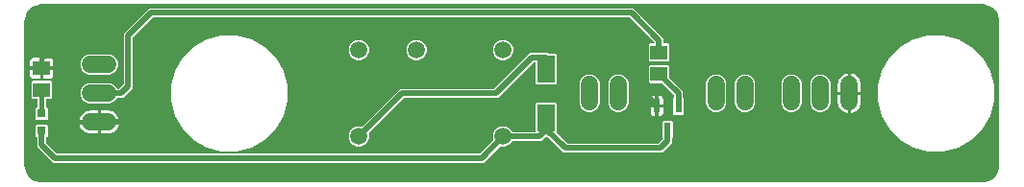
<source format=gtl>
G04 EAGLE Gerber RS-274X export*
G75*
%MOMM*%
%FSLAX34Y34*%
%LPD*%
%INTop Copper*%
%IPPOS*%
%AMOC8*
5,1,8,0,0,1.08239X$1,22.5*%
G01*
%ADD10R,1.550000X2.350000*%
%ADD11C,1.508000*%
%ADD12R,0.800000X0.800000*%
%ADD13R,0.600000X1.250000*%
%ADD14R,1.500000X1.300000*%
%ADD15C,1.508000*%
%ADD16C,0.406400*%
%ADD17C,0.508000*%

G36*
X853458Y10164D02*
X853458Y10164D01*
X853490Y10162D01*
X855380Y10286D01*
X855403Y10292D01*
X855527Y10311D01*
X859178Y11289D01*
X859192Y11295D01*
X859207Y11297D01*
X859361Y11365D01*
X862634Y13255D01*
X862647Y13265D01*
X862661Y13271D01*
X862792Y13376D01*
X865464Y16048D01*
X865474Y16061D01*
X865486Y16071D01*
X865585Y16206D01*
X867475Y19479D01*
X867481Y19494D01*
X867490Y19506D01*
X867551Y19662D01*
X868529Y23313D01*
X868532Y23337D01*
X868554Y23460D01*
X868678Y25350D01*
X868676Y25369D01*
X868679Y25400D01*
X868679Y152400D01*
X868676Y152418D01*
X868678Y152450D01*
X868554Y154340D01*
X868548Y154363D01*
X868529Y154487D01*
X867551Y158138D01*
X867545Y158152D01*
X867543Y158167D01*
X867475Y158321D01*
X865585Y161594D01*
X865575Y161606D01*
X865569Y161621D01*
X865464Y161752D01*
X862792Y164424D01*
X862779Y164434D01*
X862769Y164446D01*
X862634Y164545D01*
X859361Y166435D01*
X859346Y166441D01*
X859334Y166450D01*
X859178Y166511D01*
X855527Y167489D01*
X855503Y167492D01*
X855380Y167514D01*
X853490Y167638D01*
X853471Y167636D01*
X853440Y167639D01*
X25400Y167639D01*
X25382Y167636D01*
X25350Y167638D01*
X23460Y167514D01*
X23437Y167508D01*
X23313Y167489D01*
X19662Y166511D01*
X19648Y166505D01*
X19633Y166503D01*
X19479Y166435D01*
X16206Y164545D01*
X16194Y164535D01*
X16179Y164529D01*
X16048Y164424D01*
X13376Y161752D01*
X13366Y161739D01*
X13354Y161729D01*
X13255Y161594D01*
X11365Y158321D01*
X11359Y158306D01*
X11350Y158294D01*
X11289Y158138D01*
X10311Y154487D01*
X10308Y154463D01*
X10286Y154340D01*
X10162Y152450D01*
X10164Y152431D01*
X10161Y152400D01*
X10161Y25400D01*
X10164Y25382D01*
X10162Y25350D01*
X10286Y23460D01*
X10292Y23437D01*
X10311Y23313D01*
X11289Y19662D01*
X11295Y19648D01*
X11297Y19633D01*
X11365Y19479D01*
X13255Y16206D01*
X13265Y16194D01*
X13271Y16179D01*
X13376Y16048D01*
X16048Y13376D01*
X16061Y13366D01*
X16071Y13354D01*
X16206Y13255D01*
X19479Y11365D01*
X19494Y11359D01*
X19506Y11350D01*
X19662Y11289D01*
X23313Y10311D01*
X23337Y10308D01*
X23460Y10286D01*
X25350Y10162D01*
X25369Y10164D01*
X25400Y10161D01*
X853440Y10161D01*
X853458Y10164D01*
G37*
%LPC*%
G36*
X183779Y37845D02*
X183779Y37845D01*
X170794Y41325D01*
X159152Y48046D01*
X149646Y57552D01*
X142925Y69194D01*
X139445Y82179D01*
X139445Y95621D01*
X142925Y108606D01*
X149646Y120248D01*
X159152Y129754D01*
X170794Y136475D01*
X183779Y139955D01*
X197221Y139955D01*
X210206Y136475D01*
X221848Y129754D01*
X231354Y120248D01*
X238075Y108606D01*
X241555Y95621D01*
X241555Y82179D01*
X238075Y69194D01*
X231354Y57552D01*
X221848Y48046D01*
X210206Y41325D01*
X197221Y37845D01*
X183779Y37845D01*
G37*
%LPD*%
%LPC*%
G36*
X806079Y37845D02*
X806079Y37845D01*
X793094Y41325D01*
X781452Y48046D01*
X771946Y57552D01*
X765225Y69194D01*
X761745Y82179D01*
X761745Y95621D01*
X765225Y108606D01*
X771946Y120248D01*
X781452Y129754D01*
X793094Y136475D01*
X806079Y139955D01*
X819521Y139955D01*
X832506Y136475D01*
X844148Y129754D01*
X853654Y120248D01*
X860375Y108606D01*
X863855Y95621D01*
X863855Y82179D01*
X860375Y69194D01*
X853654Y57552D01*
X844148Y48046D01*
X832506Y41325D01*
X819521Y37845D01*
X806079Y37845D01*
G37*
%LPD*%
%LPC*%
G36*
X35266Y27685D02*
X35266Y27685D01*
X21335Y41616D01*
X21335Y49714D01*
X21332Y49734D01*
X21334Y49753D01*
X21312Y49855D01*
X21296Y49957D01*
X21286Y49974D01*
X21282Y49994D01*
X21229Y50083D01*
X21180Y50174D01*
X21166Y50188D01*
X21156Y50205D01*
X21077Y50272D01*
X21002Y50344D01*
X20984Y50352D01*
X20969Y50365D01*
X20873Y50404D01*
X20812Y50432D01*
X19875Y51368D01*
X19875Y60632D01*
X20768Y61525D01*
X30032Y61525D01*
X30925Y60632D01*
X30925Y51368D01*
X29994Y50437D01*
X29983Y50436D01*
X29966Y50426D01*
X29946Y50422D01*
X29857Y50369D01*
X29766Y50320D01*
X29752Y50306D01*
X29735Y50296D01*
X29668Y50217D01*
X29596Y50142D01*
X29588Y50124D01*
X29575Y50109D01*
X29536Y50013D01*
X29493Y49919D01*
X29491Y49899D01*
X29483Y49881D01*
X29465Y49714D01*
X29465Y45299D01*
X29479Y45209D01*
X29487Y45118D01*
X29499Y45088D01*
X29504Y45056D01*
X29547Y44976D01*
X29583Y44892D01*
X29609Y44860D01*
X29620Y44839D01*
X29643Y44817D01*
X29688Y44761D01*
X38411Y36038D01*
X38485Y35985D01*
X38554Y35925D01*
X38584Y35913D01*
X38610Y35894D01*
X38697Y35867D01*
X38782Y35833D01*
X38823Y35829D01*
X38846Y35822D01*
X38878Y35823D01*
X38949Y35815D01*
X410751Y35815D01*
X410841Y35829D01*
X410932Y35837D01*
X410962Y35849D01*
X410994Y35854D01*
X411074Y35897D01*
X411158Y35933D01*
X411190Y35959D01*
X411211Y35970D01*
X411233Y35993D01*
X411289Y36038D01*
X422819Y47567D01*
X422887Y47663D01*
X422957Y47756D01*
X422959Y47762D01*
X422962Y47767D01*
X422997Y47879D01*
X423033Y47990D01*
X423033Y47996D01*
X423035Y48002D01*
X423032Y48119D01*
X423031Y48236D01*
X423028Y48243D01*
X423028Y48248D01*
X423022Y48265D01*
X422984Y48397D01*
X422735Y48997D01*
X422735Y52603D01*
X424115Y55935D01*
X426665Y58485D01*
X429997Y59865D01*
X433603Y59865D01*
X436935Y58485D01*
X439485Y55935D01*
X439733Y55335D01*
X439795Y55235D01*
X439855Y55135D01*
X439860Y55131D01*
X439863Y55126D01*
X439953Y55051D01*
X440042Y54975D01*
X440048Y54973D01*
X440052Y54969D01*
X440161Y54927D01*
X440270Y54883D01*
X440277Y54882D01*
X440282Y54881D01*
X440300Y54880D01*
X440437Y54865D01*
X459864Y54865D01*
X459884Y54868D01*
X459903Y54866D01*
X460005Y54888D01*
X460107Y54904D01*
X460124Y54914D01*
X460144Y54918D01*
X460233Y54971D01*
X460324Y55020D01*
X460338Y55034D01*
X460355Y55044D01*
X460422Y55123D01*
X460494Y55198D01*
X460502Y55216D01*
X460515Y55231D01*
X460554Y55327D01*
X460597Y55421D01*
X460599Y55441D01*
X460607Y55459D01*
X460625Y55626D01*
X460625Y79782D01*
X461518Y80675D01*
X478282Y80675D01*
X479175Y79782D01*
X479175Y55018D01*
X479016Y54859D01*
X479004Y54843D01*
X478988Y54831D01*
X478932Y54743D01*
X478872Y54660D01*
X478866Y54641D01*
X478855Y54624D01*
X478830Y54523D01*
X478800Y54425D01*
X478800Y54405D01*
X478795Y54385D01*
X478803Y54287D01*
X478801Y54274D01*
X478804Y54263D01*
X478806Y54179D01*
X478813Y54160D01*
X478814Y54140D01*
X478847Y54063D01*
X478854Y54033D01*
X478868Y54010D01*
X478891Y53948D01*
X478903Y53932D01*
X478911Y53914D01*
X478968Y53842D01*
X478980Y53822D01*
X478993Y53811D01*
X479016Y53783D01*
X487871Y44928D01*
X487945Y44875D01*
X488014Y44815D01*
X488044Y44803D01*
X488070Y44784D01*
X488157Y44757D01*
X488242Y44723D01*
X488283Y44719D01*
X488305Y44712D01*
X488338Y44713D01*
X488409Y44705D01*
X568231Y44705D01*
X568321Y44719D01*
X568412Y44727D01*
X568442Y44739D01*
X568474Y44744D01*
X568554Y44787D01*
X568638Y44823D01*
X568670Y44849D01*
X568691Y44860D01*
X568713Y44883D01*
X568769Y44928D01*
X572292Y48451D01*
X572335Y48510D01*
X572379Y48556D01*
X572387Y48573D01*
X572405Y48594D01*
X572417Y48624D01*
X572436Y48650D01*
X572462Y48734D01*
X572483Y48779D01*
X572484Y48790D01*
X572497Y48822D01*
X572501Y48863D01*
X572508Y48886D01*
X572507Y48918D01*
X572515Y48989D01*
X572515Y49153D01*
X572501Y49243D01*
X572493Y49334D01*
X572481Y49364D01*
X572476Y49396D01*
X572433Y49477D01*
X572397Y49560D01*
X572371Y49593D01*
X572360Y49613D01*
X572337Y49635D01*
X572292Y49691D01*
X572055Y49928D01*
X572055Y63692D01*
X572948Y64585D01*
X580212Y64585D01*
X581105Y63692D01*
X581105Y49928D01*
X580868Y49691D01*
X580815Y49617D01*
X580755Y49548D01*
X580743Y49518D01*
X580724Y49492D01*
X580697Y49405D01*
X580663Y49320D01*
X580659Y49279D01*
X580652Y49257D01*
X580653Y49224D01*
X580645Y49153D01*
X580645Y45306D01*
X571914Y36575D01*
X484726Y36575D01*
X482122Y39179D01*
X470438Y50863D01*
X470422Y50875D01*
X470410Y50891D01*
X470322Y50947D01*
X470239Y51007D01*
X470220Y51013D01*
X470203Y51024D01*
X470102Y51049D01*
X470003Y51079D01*
X469984Y51079D01*
X469964Y51084D01*
X469861Y51076D01*
X469758Y51073D01*
X469739Y51066D01*
X469719Y51064D01*
X469624Y51024D01*
X469527Y50988D01*
X469511Y50976D01*
X469493Y50968D01*
X469362Y50863D01*
X465234Y46735D01*
X440437Y46735D01*
X440322Y46716D01*
X440206Y46699D01*
X440200Y46697D01*
X440194Y46696D01*
X440092Y46641D01*
X439986Y46588D01*
X439982Y46583D01*
X439976Y46580D01*
X439896Y46496D01*
X439814Y46412D01*
X439811Y46406D01*
X439807Y46402D01*
X439799Y46385D01*
X439733Y46265D01*
X439485Y45665D01*
X436935Y43115D01*
X433603Y41735D01*
X429997Y41735D01*
X429397Y41984D01*
X429283Y42011D01*
X429170Y42039D01*
X429163Y42039D01*
X429157Y42040D01*
X429041Y42029D01*
X428924Y42020D01*
X428919Y42018D01*
X428912Y42017D01*
X428805Y41969D01*
X428698Y41924D01*
X428692Y41919D01*
X428688Y41917D01*
X428674Y41904D01*
X428567Y41819D01*
X417038Y30289D01*
X414434Y27685D01*
X35266Y27685D01*
G37*
%LPD*%
%LPC*%
G36*
X66857Y79835D02*
X66857Y79835D01*
X63525Y81215D01*
X60975Y83765D01*
X59595Y87097D01*
X59595Y90703D01*
X60975Y94035D01*
X63525Y96585D01*
X66857Y97965D01*
X85543Y97965D01*
X88875Y96585D01*
X91425Y94035D01*
X91673Y93435D01*
X91735Y93335D01*
X91795Y93235D01*
X91800Y93231D01*
X91803Y93226D01*
X91893Y93151D01*
X91982Y93075D01*
X91988Y93073D01*
X91992Y93069D01*
X92101Y93027D01*
X92210Y92983D01*
X92217Y92982D01*
X92222Y92981D01*
X92240Y92980D01*
X92377Y92965D01*
X93251Y92965D01*
X93341Y92979D01*
X93432Y92987D01*
X93462Y92999D01*
X93494Y93004D01*
X93574Y93047D01*
X93658Y93083D01*
X93690Y93109D01*
X93711Y93120D01*
X93733Y93143D01*
X93789Y93188D01*
X97312Y96711D01*
X97365Y96785D01*
X97425Y96854D01*
X97437Y96884D01*
X97456Y96910D01*
X97483Y96997D01*
X97517Y97082D01*
X97521Y97123D01*
X97528Y97146D01*
X97527Y97178D01*
X97535Y97249D01*
X97535Y141384D01*
X120236Y164085D01*
X546514Y164085D01*
X573025Y137574D01*
X573025Y133856D01*
X573028Y133836D01*
X573026Y133817D01*
X573048Y133715D01*
X573064Y133613D01*
X573074Y133596D01*
X573078Y133576D01*
X573131Y133487D01*
X573180Y133396D01*
X573194Y133382D01*
X573204Y133365D01*
X573283Y133298D01*
X573358Y133226D01*
X573376Y133218D01*
X573391Y133205D01*
X573487Y133166D01*
X573581Y133123D01*
X573601Y133121D01*
X573619Y133113D01*
X573786Y133095D01*
X577092Y133095D01*
X577985Y132202D01*
X577985Y117938D01*
X577092Y117045D01*
X560828Y117045D01*
X559935Y117938D01*
X559935Y132202D01*
X560828Y133095D01*
X564134Y133095D01*
X564154Y133098D01*
X564173Y133096D01*
X564275Y133118D01*
X564377Y133134D01*
X564394Y133144D01*
X564414Y133148D01*
X564503Y133201D01*
X564594Y133250D01*
X564608Y133264D01*
X564625Y133274D01*
X564692Y133353D01*
X564764Y133428D01*
X564772Y133446D01*
X564785Y133461D01*
X564824Y133557D01*
X564867Y133651D01*
X564869Y133671D01*
X564877Y133689D01*
X564892Y133823D01*
X564893Y133827D01*
X564892Y133830D01*
X564895Y133856D01*
X564895Y133891D01*
X564881Y133981D01*
X564873Y134072D01*
X564861Y134102D01*
X564856Y134134D01*
X564813Y134214D01*
X564777Y134298D01*
X564751Y134330D01*
X564740Y134351D01*
X564717Y134373D01*
X564672Y134429D01*
X543369Y155732D01*
X543295Y155785D01*
X543226Y155845D01*
X543196Y155857D01*
X543170Y155876D01*
X543083Y155903D01*
X542998Y155937D01*
X542957Y155941D01*
X542934Y155948D01*
X542902Y155947D01*
X542831Y155955D01*
X123919Y155955D01*
X123829Y155941D01*
X123738Y155933D01*
X123708Y155921D01*
X123676Y155916D01*
X123596Y155873D01*
X123512Y155837D01*
X123480Y155811D01*
X123459Y155800D01*
X123437Y155777D01*
X123381Y155732D01*
X105888Y138239D01*
X105835Y138165D01*
X105775Y138096D01*
X105763Y138066D01*
X105744Y138040D01*
X105717Y137953D01*
X105683Y137868D01*
X105679Y137827D01*
X105672Y137804D01*
X105673Y137772D01*
X105665Y137701D01*
X105665Y93566D01*
X96934Y84835D01*
X92377Y84835D01*
X92262Y84816D01*
X92146Y84799D01*
X92140Y84797D01*
X92134Y84796D01*
X92032Y84741D01*
X91926Y84688D01*
X91922Y84683D01*
X91916Y84680D01*
X91836Y84596D01*
X91754Y84512D01*
X91751Y84506D01*
X91747Y84502D01*
X91739Y84485D01*
X91673Y84365D01*
X91425Y83765D01*
X88875Y81215D01*
X85543Y79835D01*
X66857Y79835D01*
G37*
%LPD*%
%LPC*%
G36*
X302997Y41735D02*
X302997Y41735D01*
X299665Y43115D01*
X297115Y45665D01*
X295735Y48997D01*
X295735Y52603D01*
X297115Y55935D01*
X299665Y58485D01*
X302997Y59865D01*
X306603Y59865D01*
X307203Y59616D01*
X307317Y59589D01*
X307430Y59561D01*
X307437Y59561D01*
X307443Y59560D01*
X307559Y59571D01*
X307676Y59580D01*
X307681Y59582D01*
X307688Y59583D01*
X307795Y59631D01*
X307902Y59676D01*
X307908Y59681D01*
X307912Y59683D01*
X307926Y59696D01*
X308033Y59781D01*
X338612Y90361D01*
X341216Y92965D01*
X423451Y92965D01*
X423541Y92979D01*
X423632Y92987D01*
X423662Y92999D01*
X423694Y93004D01*
X423774Y93047D01*
X423858Y93083D01*
X423890Y93109D01*
X423911Y93120D01*
X423933Y93143D01*
X423989Y93188D01*
X455516Y124715D01*
X471584Y124715D01*
X472401Y123898D01*
X472475Y123845D01*
X472544Y123785D01*
X472574Y123773D01*
X472600Y123754D01*
X472687Y123727D01*
X472772Y123693D01*
X472813Y123689D01*
X472836Y123682D01*
X472868Y123683D01*
X472939Y123675D01*
X478282Y123675D01*
X479175Y122782D01*
X479175Y98018D01*
X478282Y97125D01*
X461518Y97125D01*
X460625Y98018D01*
X460625Y115824D01*
X460622Y115844D01*
X460624Y115863D01*
X460602Y115965D01*
X460586Y116067D01*
X460576Y116084D01*
X460572Y116104D01*
X460519Y116193D01*
X460470Y116284D01*
X460456Y116298D01*
X460446Y116315D01*
X460367Y116382D01*
X460292Y116454D01*
X460274Y116462D01*
X460259Y116475D01*
X460163Y116514D01*
X460069Y116557D01*
X460049Y116559D01*
X460031Y116567D01*
X459864Y116585D01*
X459199Y116585D01*
X459109Y116571D01*
X459018Y116563D01*
X458988Y116551D01*
X458956Y116546D01*
X458876Y116503D01*
X458792Y116467D01*
X458760Y116441D01*
X458739Y116430D01*
X458717Y116407D01*
X458661Y116362D01*
X427134Y84835D01*
X344899Y84835D01*
X344809Y84821D01*
X344718Y84813D01*
X344688Y84801D01*
X344656Y84796D01*
X344576Y84753D01*
X344492Y84717D01*
X344460Y84691D01*
X344439Y84680D01*
X344417Y84657D01*
X344361Y84612D01*
X313781Y54033D01*
X313713Y53938D01*
X313643Y53844D01*
X313641Y53838D01*
X313638Y53833D01*
X313603Y53722D01*
X313567Y53610D01*
X313567Y53604D01*
X313565Y53598D01*
X313568Y53481D01*
X313569Y53364D01*
X313572Y53357D01*
X313572Y53352D01*
X313578Y53335D01*
X313616Y53203D01*
X313865Y52603D01*
X313865Y48997D01*
X312485Y45665D01*
X309935Y43115D01*
X306603Y41735D01*
X302997Y41735D01*
G37*
%LPD*%
%LPC*%
G36*
X582498Y70035D02*
X582498Y70035D01*
X581605Y70928D01*
X581605Y84692D01*
X581842Y84929D01*
X581896Y85003D01*
X581955Y85072D01*
X581967Y85102D01*
X581986Y85128D01*
X582013Y85215D01*
X582047Y85300D01*
X582051Y85341D01*
X582058Y85363D01*
X582057Y85396D01*
X582065Y85467D01*
X582065Y86901D01*
X582051Y86991D01*
X582043Y87082D01*
X582031Y87112D01*
X582026Y87144D01*
X581983Y87224D01*
X581947Y87308D01*
X581921Y87340D01*
X581910Y87361D01*
X581887Y87383D01*
X581842Y87439D01*
X571459Y97822D01*
X571385Y97875D01*
X571316Y97935D01*
X571286Y97947D01*
X571260Y97966D01*
X571173Y97993D01*
X571088Y98027D01*
X571047Y98031D01*
X571024Y98038D01*
X570992Y98037D01*
X570921Y98045D01*
X560828Y98045D01*
X559935Y98938D01*
X559935Y113202D01*
X560828Y114095D01*
X577092Y114095D01*
X577985Y113202D01*
X577985Y103109D01*
X577999Y103019D01*
X578007Y102928D01*
X578019Y102898D01*
X578024Y102866D01*
X578067Y102786D01*
X578103Y102702D01*
X578129Y102670D01*
X578140Y102649D01*
X578163Y102627D01*
X578208Y102571D01*
X590195Y90584D01*
X590195Y85467D01*
X590209Y85377D01*
X590217Y85286D01*
X590229Y85256D01*
X590234Y85224D01*
X590277Y85144D01*
X590313Y85060D01*
X590339Y85027D01*
X590350Y85007D01*
X590373Y84985D01*
X590418Y84929D01*
X590655Y84692D01*
X590655Y70928D01*
X589762Y70035D01*
X582498Y70035D01*
G37*
%LPD*%
%LPC*%
G36*
X617322Y72295D02*
X617322Y72295D01*
X613990Y73675D01*
X611440Y76225D01*
X610060Y79557D01*
X610060Y98243D01*
X611440Y101575D01*
X613990Y104125D01*
X617322Y105505D01*
X620928Y105505D01*
X624260Y104125D01*
X626810Y101575D01*
X628190Y98243D01*
X628190Y79557D01*
X626810Y76225D01*
X624260Y73675D01*
X620928Y72295D01*
X617322Y72295D01*
G37*
%LPD*%
%LPC*%
G36*
X683997Y72295D02*
X683997Y72295D01*
X680665Y73675D01*
X678115Y76225D01*
X676735Y79557D01*
X676735Y98243D01*
X678115Y101575D01*
X680665Y104125D01*
X683997Y105505D01*
X687603Y105505D01*
X690935Y104125D01*
X693485Y101575D01*
X694865Y98243D01*
X694865Y79557D01*
X693485Y76225D01*
X690935Y73675D01*
X687603Y72295D01*
X683997Y72295D01*
G37*
%LPD*%
%LPC*%
G36*
X709397Y72295D02*
X709397Y72295D01*
X706065Y73675D01*
X703515Y76225D01*
X702135Y79557D01*
X702135Y98243D01*
X703515Y101575D01*
X706065Y104125D01*
X709397Y105505D01*
X713003Y105505D01*
X716335Y104125D01*
X718885Y101575D01*
X720265Y98243D01*
X720265Y79557D01*
X718885Y76225D01*
X716335Y73675D01*
X713003Y72295D01*
X709397Y72295D01*
G37*
%LPD*%
%LPC*%
G36*
X506197Y72295D02*
X506197Y72295D01*
X502865Y73675D01*
X500315Y76225D01*
X498935Y79557D01*
X498935Y98243D01*
X500315Y101575D01*
X502865Y104125D01*
X506197Y105505D01*
X509803Y105505D01*
X513135Y104125D01*
X515685Y101575D01*
X517065Y98243D01*
X517065Y79557D01*
X515685Y76225D01*
X513135Y73675D01*
X509803Y72295D01*
X506197Y72295D01*
G37*
%LPD*%
%LPC*%
G36*
X642722Y72295D02*
X642722Y72295D01*
X639390Y73675D01*
X636840Y76225D01*
X635460Y79557D01*
X635460Y98243D01*
X636840Y101575D01*
X639390Y104125D01*
X642722Y105505D01*
X646328Y105505D01*
X649660Y104125D01*
X652210Y101575D01*
X653590Y98243D01*
X653590Y79557D01*
X652210Y76225D01*
X649660Y73675D01*
X646328Y72295D01*
X642722Y72295D01*
G37*
%LPD*%
%LPC*%
G36*
X531597Y72295D02*
X531597Y72295D01*
X528265Y73675D01*
X525715Y76225D01*
X524335Y79557D01*
X524335Y98243D01*
X525715Y101575D01*
X528265Y104125D01*
X531597Y105505D01*
X535203Y105505D01*
X538535Y104125D01*
X541085Y101575D01*
X542465Y98243D01*
X542465Y79557D01*
X541085Y76225D01*
X538535Y73675D01*
X535203Y72295D01*
X531597Y72295D01*
G37*
%LPD*%
%LPC*%
G36*
X66857Y105235D02*
X66857Y105235D01*
X63525Y106615D01*
X60975Y109165D01*
X59595Y112497D01*
X59595Y116103D01*
X60975Y119435D01*
X63525Y121985D01*
X66857Y123365D01*
X85543Y123365D01*
X88875Y121985D01*
X91425Y119435D01*
X92805Y116103D01*
X92805Y112497D01*
X91425Y109165D01*
X88875Y106615D01*
X85543Y105235D01*
X66857Y105235D01*
G37*
%LPD*%
%LPC*%
G36*
X20768Y65475D02*
X20768Y65475D01*
X19875Y66368D01*
X19875Y75632D01*
X20768Y76525D01*
X21082Y76525D01*
X21102Y76528D01*
X21121Y76526D01*
X21223Y76548D01*
X21325Y76564D01*
X21342Y76574D01*
X21362Y76578D01*
X21451Y76631D01*
X21542Y76680D01*
X21556Y76694D01*
X21573Y76704D01*
X21640Y76783D01*
X21712Y76858D01*
X21720Y76876D01*
X21733Y76891D01*
X21772Y76987D01*
X21815Y77081D01*
X21817Y77101D01*
X21825Y77119D01*
X21843Y77286D01*
X21843Y83314D01*
X21840Y83334D01*
X21842Y83353D01*
X21820Y83455D01*
X21804Y83557D01*
X21794Y83574D01*
X21790Y83594D01*
X21737Y83683D01*
X21688Y83774D01*
X21674Y83788D01*
X21664Y83805D01*
X21585Y83872D01*
X21510Y83944D01*
X21492Y83952D01*
X21477Y83965D01*
X21381Y84004D01*
X21287Y84047D01*
X21267Y84049D01*
X21249Y84057D01*
X21082Y84075D01*
X17268Y84075D01*
X16375Y84968D01*
X16375Y99232D01*
X17268Y100125D01*
X33532Y100125D01*
X34425Y99232D01*
X34425Y84968D01*
X33532Y84075D01*
X29718Y84075D01*
X29698Y84072D01*
X29679Y84074D01*
X29577Y84052D01*
X29475Y84036D01*
X29458Y84026D01*
X29438Y84022D01*
X29349Y83969D01*
X29258Y83920D01*
X29244Y83906D01*
X29227Y83896D01*
X29160Y83817D01*
X29088Y83742D01*
X29080Y83724D01*
X29067Y83709D01*
X29028Y83613D01*
X28985Y83519D01*
X28983Y83499D01*
X28975Y83481D01*
X28957Y83314D01*
X28957Y77286D01*
X28960Y77266D01*
X28958Y77247D01*
X28980Y77145D01*
X28996Y77043D01*
X29006Y77026D01*
X29010Y77006D01*
X29063Y76917D01*
X29112Y76826D01*
X29126Y76812D01*
X29136Y76795D01*
X29215Y76728D01*
X29290Y76656D01*
X29308Y76648D01*
X29323Y76635D01*
X29419Y76596D01*
X29513Y76553D01*
X29533Y76551D01*
X29551Y76543D01*
X29718Y76525D01*
X30032Y76525D01*
X30925Y75632D01*
X30925Y66368D01*
X30032Y65475D01*
X20768Y65475D01*
G37*
%LPD*%
%LPC*%
G36*
X302997Y117935D02*
X302997Y117935D01*
X299665Y119315D01*
X297115Y121865D01*
X295735Y125197D01*
X295735Y128803D01*
X297115Y132135D01*
X299665Y134685D01*
X302997Y136065D01*
X306603Y136065D01*
X309935Y134685D01*
X312485Y132135D01*
X313865Y128803D01*
X313865Y125197D01*
X312485Y121865D01*
X309935Y119315D01*
X306603Y117935D01*
X302997Y117935D01*
G37*
%LPD*%
%LPC*%
G36*
X429997Y117935D02*
X429997Y117935D01*
X426665Y119315D01*
X424115Y121865D01*
X422735Y125197D01*
X422735Y128803D01*
X424115Y132135D01*
X426665Y134685D01*
X429997Y136065D01*
X433603Y136065D01*
X436935Y134685D01*
X439485Y132135D01*
X440865Y128803D01*
X440865Y125197D01*
X439485Y121865D01*
X436935Y119315D01*
X433603Y117935D01*
X429997Y117935D01*
G37*
%LPD*%
%LPC*%
G36*
X353797Y117935D02*
X353797Y117935D01*
X350465Y119315D01*
X347915Y121865D01*
X346535Y125197D01*
X346535Y128803D01*
X347915Y132135D01*
X350465Y134685D01*
X353797Y136065D01*
X357403Y136065D01*
X360735Y134685D01*
X363285Y132135D01*
X364665Y128803D01*
X364665Y125197D01*
X363285Y121865D01*
X360735Y119315D01*
X357403Y117935D01*
X353797Y117935D01*
G37*
%LPD*%
%LPC*%
G36*
X738123Y90423D02*
X738123Y90423D01*
X738123Y106405D01*
X738961Y106273D01*
X740470Y105782D01*
X741883Y105062D01*
X743167Y104129D01*
X744289Y103007D01*
X745222Y101723D01*
X745942Y100310D01*
X746433Y98801D01*
X746681Y97233D01*
X746681Y90423D01*
X738123Y90423D01*
G37*
%LPD*%
%LPC*%
G36*
X77723Y65023D02*
X77723Y65023D01*
X77723Y73581D01*
X84533Y73581D01*
X86101Y73333D01*
X87610Y72842D01*
X89023Y72122D01*
X90307Y71189D01*
X91429Y70067D01*
X92362Y68783D01*
X93082Y67370D01*
X93573Y65861D01*
X93705Y65023D01*
X77723Y65023D01*
G37*
%LPD*%
%LPC*%
G36*
X58695Y65023D02*
X58695Y65023D01*
X58827Y65861D01*
X59318Y67370D01*
X60038Y68783D01*
X60971Y70067D01*
X62093Y71189D01*
X63377Y72122D01*
X64790Y72842D01*
X66299Y73333D01*
X67867Y73581D01*
X74677Y73581D01*
X74677Y65023D01*
X58695Y65023D01*
G37*
%LPD*%
%LPC*%
G36*
X738123Y87377D02*
X738123Y87377D01*
X746681Y87377D01*
X746681Y80567D01*
X746433Y78999D01*
X745942Y77490D01*
X745222Y76077D01*
X744289Y74793D01*
X743167Y73671D01*
X741883Y72738D01*
X740470Y72018D01*
X738961Y71527D01*
X738123Y71395D01*
X738123Y87377D01*
G37*
%LPD*%
%LPC*%
G36*
X77723Y53419D02*
X77723Y53419D01*
X77723Y61977D01*
X93705Y61977D01*
X93573Y61139D01*
X93082Y59630D01*
X92362Y58217D01*
X91429Y56933D01*
X90307Y55811D01*
X89023Y54878D01*
X87610Y54158D01*
X86101Y53667D01*
X84533Y53419D01*
X77723Y53419D01*
G37*
%LPD*%
%LPC*%
G36*
X726519Y90423D02*
X726519Y90423D01*
X726519Y97233D01*
X726767Y98801D01*
X727258Y100310D01*
X727978Y101723D01*
X728911Y103007D01*
X730033Y104129D01*
X731317Y105062D01*
X732730Y105782D01*
X734239Y106273D01*
X735077Y106405D01*
X735077Y90423D01*
X726519Y90423D01*
G37*
%LPD*%
%LPC*%
G36*
X67867Y53419D02*
X67867Y53419D01*
X66299Y53667D01*
X64790Y54158D01*
X63377Y54878D01*
X62093Y55811D01*
X60971Y56933D01*
X60038Y58217D01*
X59318Y59630D01*
X58827Y61139D01*
X58695Y61977D01*
X74677Y61977D01*
X74677Y53419D01*
X67867Y53419D01*
G37*
%LPD*%
%LPC*%
G36*
X734239Y71527D02*
X734239Y71527D01*
X732730Y72018D01*
X731317Y72738D01*
X730033Y73671D01*
X728911Y74793D01*
X727978Y76077D01*
X727258Y77490D01*
X726767Y78999D01*
X726519Y80567D01*
X726519Y87377D01*
X735077Y87377D01*
X735077Y71395D01*
X734239Y71527D01*
G37*
%LPD*%
%LPC*%
G36*
X26923Y112623D02*
X26923Y112623D01*
X26923Y120141D01*
X33234Y120141D01*
X33881Y119968D01*
X34460Y119633D01*
X34933Y119160D01*
X35268Y118581D01*
X35441Y117934D01*
X35441Y112623D01*
X26923Y112623D01*
G37*
%LPD*%
%LPC*%
G36*
X15359Y112623D02*
X15359Y112623D01*
X15359Y117934D01*
X15532Y118581D01*
X15867Y119160D01*
X16340Y119633D01*
X16919Y119968D01*
X17566Y120141D01*
X23877Y120141D01*
X23877Y112623D01*
X15359Y112623D01*
G37*
%LPD*%
%LPC*%
G36*
X26923Y102059D02*
X26923Y102059D01*
X26923Y109577D01*
X35441Y109577D01*
X35441Y104266D01*
X35268Y103619D01*
X34933Y103040D01*
X34460Y102567D01*
X33881Y102232D01*
X33234Y102059D01*
X26923Y102059D01*
G37*
%LPD*%
%LPC*%
G36*
X17566Y102059D02*
X17566Y102059D01*
X16919Y102232D01*
X16340Y102567D01*
X15867Y103040D01*
X15532Y103619D01*
X15359Y104266D01*
X15359Y109577D01*
X23877Y109577D01*
X23877Y102059D01*
X17566Y102059D01*
G37*
%LPD*%
%LPC*%
G36*
X568529Y79309D02*
X568529Y79309D01*
X568529Y86601D01*
X570364Y86601D01*
X571011Y86428D01*
X571590Y86093D01*
X572063Y85620D01*
X572398Y85041D01*
X572571Y84394D01*
X572571Y79309D01*
X568529Y79309D01*
G37*
%LPD*%
%LPC*%
G36*
X568529Y76311D02*
X568529Y76311D01*
X572571Y76311D01*
X572571Y71226D01*
X572398Y70579D01*
X572063Y70000D01*
X571590Y69527D01*
X571011Y69192D01*
X570364Y69019D01*
X568529Y69019D01*
X568529Y76311D01*
G37*
%LPD*%
%LPC*%
G36*
X561489Y79309D02*
X561489Y79309D01*
X561489Y84394D01*
X561662Y85041D01*
X561997Y85620D01*
X562470Y86093D01*
X563049Y86428D01*
X563696Y86601D01*
X565531Y86601D01*
X565531Y79309D01*
X561489Y79309D01*
G37*
%LPD*%
%LPC*%
G36*
X563696Y69019D02*
X563696Y69019D01*
X563049Y69192D01*
X562470Y69527D01*
X561997Y70000D01*
X561662Y70579D01*
X561489Y71226D01*
X561489Y76311D01*
X565531Y76311D01*
X565531Y69019D01*
X563696Y69019D01*
G37*
%LPD*%
%LPC*%
G36*
X736599Y88899D02*
X736599Y88899D01*
X736599Y88901D01*
X736601Y88901D01*
X736601Y88899D01*
X736599Y88899D01*
G37*
%LPD*%
%LPC*%
G36*
X76199Y63499D02*
X76199Y63499D01*
X76199Y63501D01*
X76201Y63501D01*
X76201Y63499D01*
X76199Y63499D01*
G37*
%LPD*%
%LPC*%
G36*
X25399Y111099D02*
X25399Y111099D01*
X25399Y111101D01*
X25401Y111101D01*
X25401Y111099D01*
X25399Y111099D01*
G37*
%LPD*%
D10*
X469900Y110400D03*
X469900Y67400D03*
D11*
X304800Y50800D03*
X431800Y50800D03*
X431800Y127000D03*
X355600Y127000D03*
X304800Y127000D03*
D12*
X25400Y71000D03*
X25400Y56000D03*
D13*
X586130Y77810D03*
X567030Y77810D03*
X576580Y56810D03*
D14*
X568960Y125070D03*
X568960Y106070D03*
X25400Y111100D03*
X25400Y92100D03*
D15*
X68660Y63500D02*
X83740Y63500D01*
X83740Y88900D02*
X68660Y88900D01*
X68660Y114300D02*
X83740Y114300D01*
X619125Y96440D02*
X619125Y81360D01*
X644525Y81360D02*
X644525Y96440D01*
X508000Y96440D02*
X508000Y81360D01*
X533400Y81360D02*
X533400Y96440D01*
X685800Y96440D02*
X685800Y81360D01*
X711200Y81360D02*
X711200Y96440D01*
X736600Y96440D02*
X736600Y81360D01*
D16*
X76200Y63500D02*
X54610Y63500D01*
X52705Y65405D01*
X49530Y68580D01*
X25400Y111100D02*
X25400Y119380D01*
X27940Y121920D01*
X38100Y121920D01*
X49530Y110490D01*
X49530Y68580D01*
D17*
X567030Y77810D02*
X567030Y78130D01*
X549910Y123190D02*
X527050Y146050D01*
X147320Y146050D01*
X128270Y127000D01*
X128270Y81280D02*
X121920Y74930D01*
X106680Y74930D01*
X95250Y63500D01*
X76200Y63500D01*
X549910Y95250D02*
X567030Y78130D01*
X549910Y95250D02*
X549910Y123190D01*
X128270Y127000D02*
X128270Y81280D01*
X304800Y50800D02*
X342900Y88900D01*
X425450Y88900D01*
X457200Y120650D01*
X469900Y120650D01*
X469900Y110400D01*
X568960Y125070D02*
X568960Y135890D01*
X544830Y160020D01*
X95250Y88900D02*
X76200Y88900D01*
X95250Y88900D02*
X101600Y95250D01*
X101600Y139700D02*
X121920Y160020D01*
X101600Y139700D02*
X101600Y95250D01*
X121920Y160020D02*
X544830Y160020D01*
X568960Y106070D02*
X586130Y88900D01*
X586130Y77810D01*
X36950Y31750D02*
X25400Y43300D01*
X25400Y56000D01*
X412750Y31750D02*
X431800Y50800D01*
X412750Y31750D02*
X36950Y31750D01*
X431800Y50800D02*
X463550Y50800D01*
X469900Y57150D01*
X469900Y67400D01*
X469900Y57150D01*
X570230Y40640D02*
X576580Y46990D01*
X576580Y56810D01*
X486410Y40640D02*
X469900Y57150D01*
X486410Y40640D02*
X570230Y40640D01*
D16*
X25400Y71000D02*
X25400Y92100D01*
M02*

</source>
